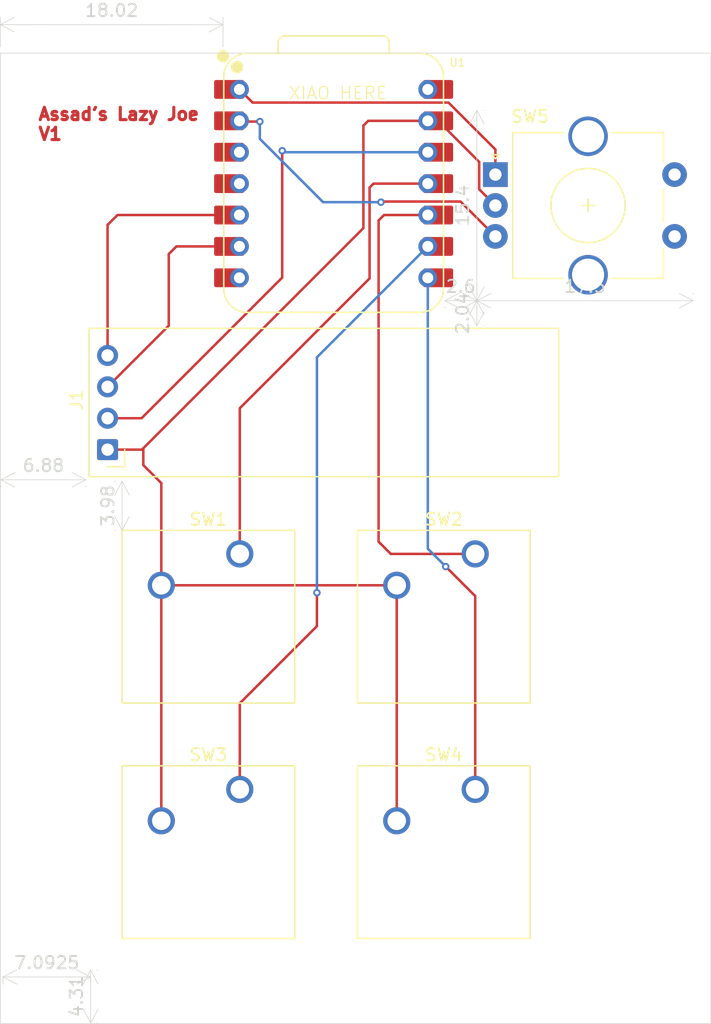
<source format=kicad_pcb>
(kicad_pcb (version 20241229) (generator "pcbnew") (generator_version "9.0")
  (layers (0 "F.Cu" signal) (2 "B.Cu" signal) (13 "F.Paste" user) (15 "B.Paste" user) (5 "F.SilkS" user "F.Silkscreen") (7 "B.SilkS" user "B.Silkscreen") (1 "F.Mask" user) (3 "B.Mask" user) (25 "Edge.Cuts" user))
  (net 0 "")
  (net 1 "/Pin_6")
  (net 2 "Net-(J1-Pin_2)")
  (net 3 "/Pin_5")
  (net 4 "GND")
  (net 5 "Net-(U1-GPIO3{slash}MOSI)")
  (net 6 "Net-(U1-GPIO4{slash}MISO)")
  (net 7 "Net-(U1-GPIO2{slash}SCK)")
  (net 8 "Net-(U1-GPIO1{slash}RX)")
  (net 11 "/Pin 2")
  (net 12 "/Pin 1")
  (net 13 "+5V")
  (footprint "Module:XIAO-RP2040-DIP" (layer "F.Cu") (at 119.67 69.74)
    (property "Reference" "U1" (at 10.01 -9.79 0) (layer "F.SilkS") (effects (font (size 0.635 0.635) (thickness 0.1016))))
    (property "Value" "XIAO-RP2040-DIP")
    (fp_line (start -8.89 8.509) (end -8.89 -8.636) (stroke (width 0.127)) (layer "F.SilkS"))
    (fp_line (start -6.985 10.414) (end 6.985 10.414) (stroke (width 0.127)) (layer "F.SilkS"))
    (fp_line (start -4.495 -10.541) (end -4.491272 -11.451272) (stroke (width 0.127)) (layer "F.SilkS"))
    (fp_line (start -3.991272 -11.951) (end 4.004 -11.951) (stroke (width 0.127)) (layer "F.SilkS"))
    (fp_line (start 4.504 -11.451) (end 4.504 -10.541) (stroke (width 0.127)) (layer "F.SilkS"))
    (fp_line (start 6.985 -10.541) (end -6.985 -10.541) (stroke (width 0.1)) (layer "F.SilkS"))
    (fp_line (start 6.985 -10.541) (end -6.985 -10.541) (stroke (width 0.127)) (layer "F.SilkS"))
    (fp_line (start 8.89 8.509) (end 8.89 -8.636) (stroke (width 0.127)) (layer "F.SilkS"))
    (fp_arc (start -8.89 -8.636) (mid -8.332038 -9.983038) (end -6.985 -10.541) (stroke (width 0.127)) (layer "F.SilkS"))
    (fp_arc (start -6.985 10.414) (mid -8.332038 9.856038) (end -8.89 8.509) (stroke (width 0.127)) (layer "F.SilkS"))
    (fp_arc (start -4.491272 -11.451272) (mid -4.344728 -11.80464) (end -3.991272 -11.951) (stroke (width 0.127)) (layer "F.SilkS"))
    (fp_arc (start 4.004 -11.951) (mid 4.357553 -11.804553) (end 4.504 -11.451) (stroke (width 0.127)) (layer "F.SilkS"))
    (fp_arc (start 6.985 -10.541) (mid 8.332038 -9.983038) (end 8.89 -8.636) (stroke (width 0.127)) (layer "F.SilkS"))
    (fp_arc (start 8.89 8.509) (mid 8.332038 9.856038) (end 6.985 10.414) (stroke (width 0.127)) (layer "F.SilkS"))
    (fp_circle (center -8.95 -10.3) (end -8.95 -10.554) (stroke (width 0.5)) (fill yes) (layer "F.SilkS"))
    (fp_circle (center -7.807 -9.42) (end -7.807 -9.674) (stroke (width 0.5)) (fill yes) (layer "F.SilkS"))
    (pad "1" smd roundrect (at -8.455 -7.62 180) (size 2.432 1.524) (layers "F.Cu" "F.Mask") (roundrect_rratio 0.1) (net 12 "/Pin 1"))
    (pad "1" thru_hole circle (at -7.62 -7.62 180) (size 1.524 1.524) (drill 0.889) (layers "*.Cu" "*.Mask") (net 12 "/Pin 1"))
    (pad "2" smd roundrect (at -8.455 -5.08 180) (size 2.432 1.524) (layers "F.Cu" "F.Mask") (roundrect_rratio 0.1) (net 11 "/Pin 2"))
    (pad "2" thru_hole circle (at -7.62 -5.08 180) (size 1.524 1.524) (drill 0.889) (layers "*.Cu" "*.Mask") (net 11 "/Pin 2"))
    (pad "3" smd roundrect (at -8.455 -2.54 180) (size 2.432 1.524) (layers "F.Cu" "F.Mask") (roundrect_rratio 0.1))
    (pad "3" thru_hole circle (at -7.62 -2.54 180) (size 1.524 1.524) (drill 0.889) (layers "*.Cu" "*.Mask"))
    (pad "4" smd roundrect (at -8.455 0 180) (size 2.432 1.524) (layers "F.Cu" "F.Mask") (roundrect_rratio 0.1))
    (pad "4" thru_hole circle (at -7.62 0 180) (size 1.524 1.524) (drill 0.889) (layers "*.Cu" "*.Mask"))
    (pad "5" smd roundrect (at -8.455 2.54 180) (size 2.432 1.524) (layers "F.Cu" "F.Mask") (roundrect_rratio 0.1) (net 3 "/Pin_5"))
    (pad "5" thru_hole circle (at -7.62 2.54 180) (size 1.524 1.524) (drill 0.889) (layers "*.Cu" "*.Mask") (net 3 "/Pin_5"))
    (pad "6" smd roundrect (at -8.455 5.08 180) (size 2.432 1.524) (layers "F.Cu" "F.Mask") (roundrect_rratio 0.1) (net 1 "/Pin_6"))
    (pad "6" thru_hole circle (at -7.62 5.08 180) (size 1.524 1.524) (drill 0.889) (layers "*.Cu" "*.Mask") (net 1 "/Pin_6"))
    (pad "7" smd roundrect (at -8.455 7.62 180) (size 2.432 1.524) (layers "F.Cu" "F.Mask") (roundrect_rratio 0.1))
    (pad "7" thru_hole circle (at -7.62 7.62 180) (size 1.524 1.524) (drill 0.889) (layers "*.Cu" "*.Mask"))
    (pad "8" thru_hole circle (at 7.62 7.62) (size 1.524 1.524) (drill 0.889) (layers "*.Cu" "*.Mask") (net 8 "Net-(U1-GPIO1{slash}RX)"))
    (pad "8" smd roundrect (at 8.455 7.62) (size 2.432 1.524) (layers "F.Cu" "F.Mask") (roundrect_rratio 0.1) (net 8 "Net-(U1-GPIO1{slash}RX)"))
    (pad "9" thru_hole circle (at 7.62 5.08) (size 1.524 1.524) (drill 0.889) (layers "*.Cu" "*.Mask") (net 7 "Net-(U1-GPIO2{slash}SCK)"))
    (pad "9" smd roundrect (at 8.455 5.08) (size 2.432 1.524) (layers "F.Cu" "F.Mask") (roundrect_rratio 0.1) (net 7 "Net-(U1-GPIO2{slash}SCK)"))
    (pad "10" thru_hole circle (at 7.62 2.54) (size 1.524 1.524) (drill 0.889) (layers "*.Cu" "*.Mask") (net 6 "Net-(U1-GPIO4{slash}MISO)"))
    (pad "10" smd roundrect (at 8.455 2.54) (size 2.432 1.524) (layers "F.Cu" "F.Mask") (roundrect_rratio 0.1) (net 6 "Net-(U1-GPIO4{slash}MISO)"))
    (pad "11" thru_hole circle (at 7.62 0) (size 1.524 1.524) (drill 0.889) (layers "*.Cu" "*.Mask") (net 5 "Net-(U1-GPIO3{slash}MOSI)"))
    (pad "11" smd roundrect (at 8.455 0) (size 2.432 1.524) (layers "F.Cu" "F.Mask") (roundrect_rratio 0.1) (net 5 "Net-(U1-GPIO3{slash}MOSI)"))
    (pad "12" thru_hole circle (at 7.62 -2.54) (size 1.524 1.524) (drill 0.889) (layers "*.Cu" "*.Mask") (net 2 "Net-(J1-Pin_2)"))
    (pad "12" smd roundrect (at 8.455 -2.54) (size 2.432 1.524) (layers "F.Cu" "F.Mask") (roundrect_rratio 0.1) (net 2 "Net-(J1-Pin_2)"))
    (pad "13" thru_hole circle (at 7.62 -5.08) (size 1.524 1.524) (drill 0.889) (layers "*.Cu" "*.Mask") (net 4 "GND"))
    (pad "13" smd roundrect (at 8.455 -5.08) (size 2.432 1.524) (layers "F.Cu" "F.Mask") (roundrect_rratio 0.1) (net 4 "GND"))
    (pad "14" thru_hole circle (at 7.62 -7.62) (size 1.524 1.524) (drill 0.889) (layers "*.Cu" "*.Mask") (net 13 "+5V"))
    (pad "14" smd roundrect (at 8.455 -7.62) (size 2.432 1.524) (layers "F.Cu" "F.Mask") (roundrect_rratio 0.1) (net 13 "+5V"))
  )
  (footprint "Button_Switch_Keyboard:SW_Cherry_MX_1.00u_PCB" (layer "F.Cu") (at 112.0775 118.745)
    (property "Reference" "SW3" (at -2.54 -2.794 0) (layer "F.SilkS"))
    (property "Value" "SW_Push")
    (fp_line (start -9.525 -1.905) (end 4.445 -1.905) (stroke (width 0.12)) (layer "F.SilkS"))
    (fp_line (start -9.525 12.065) (end -9.525 -1.905) (stroke (width 0.12)) (layer "F.SilkS"))
    (fp_line (start 4.445 -1.905) (end 4.445 12.065) (stroke (width 0.12)) (layer "F.SilkS"))
    (fp_line (start 4.445 12.065) (end -9.525 12.065) (stroke (width 0.12)) (layer "F.SilkS"))
    (pad "" np_thru_hole circle (at -7.62 5.08) (size 1.7 1.7) (drill 1.7) (layers "*.Cu" "*.Mask"))
    (pad "" np_thru_hole circle (at -2.54 5.08) (size 4 4) (drill 4) (layers "*.Cu" "*.Mask"))
    (pad "" np_thru_hole circle (at 2.54 5.08) (size 1.7 1.7) (drill 1.7) (layers "*.Cu" "*.Mask"))
    (pad "1" thru_hole circle (at 0 0) (size 2.2 2.2) (drill 1.5) (layers "*.Cu" "*.Mask") (net 7 "Net-(U1-GPIO2{slash}SCK)"))
    (pad "2" thru_hole circle (at -6.35 2.54) (size 2.2 2.2) (drill 1.5) (layers "*.Cu" "*.Mask") (net 4 "GND"))
  )
  (footprint "Button_Switch_Keyboard:SW_Cherry_MX_1.00u_PCB" (layer "F.Cu") (at 131.1275 118.745)
    (property "Reference" "SW4" (at -2.54 -2.794 0) (layer "F.SilkS"))
    (property "Value" "SW_Push")
    (fp_line (start -9.525 -1.905) (end 4.445 -1.905) (stroke (width 0.12)) (layer "F.SilkS"))
    (fp_line (start -9.525 12.065) (end -9.525 -1.905) (stroke (width 0.12)) (layer "F.SilkS"))
    (fp_line (start 4.445 -1.905) (end 4.445 12.065) (stroke (width 0.12)) (layer "F.SilkS"))
    (fp_line (start 4.445 12.065) (end -9.525 12.065) (stroke (width 0.12)) (layer "F.SilkS"))
    (pad "" np_thru_hole circle (at -7.62 5.08) (size 1.7 1.7) (drill 1.7) (layers "*.Cu" "*.Mask"))
    (pad "" np_thru_hole circle (at -2.54 5.08) (size 4 4) (drill 4) (layers "*.Cu" "*.Mask"))
    (pad "" np_thru_hole circle (at 2.54 5.08) (size 1.7 1.7) (drill 1.7) (layers "*.Cu" "*.Mask"))
    (pad "1" thru_hole circle (at 0 0) (size 2.2 2.2) (drill 1.5) (layers "*.Cu" "*.Mask") (net 8 "Net-(U1-GPIO1{slash}RX)"))
    (pad "2" thru_hole circle (at -6.35 2.54) (size 2.2 2.2) (drill 1.5) (layers "*.Cu" "*.Mask") (net 4 "GND"))
  )
  (footprint "Button_Switch_Keyboard:SW_Cherry_MX_1.00u_PCB" (layer "F.Cu") (at 131.1275 99.695)
    (property "Reference" "SW2" (at -2.54 -2.794 0) (layer "F.SilkS"))
    (property "Value" "SW_Push")
    (fp_line (start -9.525 -1.905) (end 4.445 -1.905) (stroke (width 0.12)) (layer "F.SilkS"))
    (fp_line (start -9.525 12.065) (end -9.525 -1.905) (stroke (width 0.12)) (layer "F.SilkS"))
    (fp_line (start 4.445 -1.905) (end 4.445 12.065) (stroke (width 0.12)) (layer "F.SilkS"))
    (fp_line (start 4.445 12.065) (end -9.525 12.065) (stroke (width 0.12)) (layer "F.SilkS"))
    (pad "" np_thru_hole circle (at -7.62 5.08) (size 1.7 1.7) (drill 1.7) (layers "*.Cu" "*.Mask"))
    (pad "" np_thru_hole circle (at -2.54 5.08) (size 4 4) (drill 4) (layers "*.Cu" "*.Mask"))
    (pad "" np_thru_hole circle (at 2.54 5.08) (size 1.7 1.7) (drill 1.7) (layers "*.Cu" "*.Mask"))
    (pad "1" thru_hole circle (at 0 0) (size 2.2 2.2) (drill 1.5) (layers "*.Cu" "*.Mask") (net 6 "Net-(U1-GPIO4{slash}MISO)"))
    (pad "2" thru_hole circle (at -6.35 2.54) (size 2.2 2.2) (drill 1.5) (layers "*.Cu" "*.Mask") (net 4 "GND"))
  )
  (footprint "Button_Switch_Keyboard:SW_Cherry_MX_1.00u_PCB" (layer "F.Cu") (at 112.0775 99.695)
    (property "Reference" "SW1" (at -2.54 -2.794 0) (layer "F.SilkS"))
    (property "Value" "SW_Push")
    (fp_line (start -9.525 -1.905) (end 4.445 -1.905) (stroke (width 0.12)) (layer "F.SilkS"))
    (fp_line (start -9.525 12.065) (end -9.525 -1.905) (stroke (width 0.12)) (layer "F.SilkS"))
    (fp_line (start 4.445 -1.905) (end 4.445 12.065) (stroke (width 0.12)) (layer "F.SilkS"))
    (fp_line (start 4.445 12.065) (end -9.525 12.065) (stroke (width 0.12)) (layer "F.SilkS"))
    (pad "" np_thru_hole circle (at -7.62 5.08) (size 1.7 1.7) (drill 1.7) (layers "*.Cu" "*.Mask"))
    (pad "" np_thru_hole circle (at -2.54 5.08) (size 4 4) (drill 4) (layers "*.Cu" "*.Mask"))
    (pad "" np_thru_hole circle (at 2.54 5.08) (size 1.7 1.7) (drill 1.7) (layers "*.Cu" "*.Mask"))
    (pad "1" thru_hole circle (at 0 0) (size 2.2 2.2) (drill 1.5) (layers "*.Cu" "*.Mask") (net 5 "Net-(U1-GPIO3{slash}MOSI)"))
    (pad "2" thru_hole circle (at -6.35 2.54) (size 2.2 2.2) (drill 1.5) (layers "*.Cu" "*.Mask") (net 4 "GND"))
  )
  (footprint "Rotary_Encoder:RotaryEncoder_Alps_EC11E-Switch_Vertical_H20mm_CircularMountingHoles" (layer "F.Cu") (at 132.76 69.01)
    (property "Reference" "SW5" (at 2.8 -4.7 0) (layer "F.SilkS"))
    (property "Value" "RotaryEncoder_Switch")
    (fp_line (start -0.3 -1.6) (end 0.3 -1.6) (stroke (width 0.12)) (layer "F.SilkS"))
    (fp_line (start 0 -1.3) (end -0.3 -1.6) (stroke (width 0.12)) (layer "F.SilkS"))
    (fp_line (start 0.3 -1.6) (end 0 -1.3) (stroke (width 0.12)) (layer "F.SilkS"))
    (fp_line (start 1.4 -3.4) (end 1.4 8.4) (stroke (width 0.12)) (layer "F.SilkS"))
    (fp_line (start 5.5 -3.4) (end 1.4 -3.4) (stroke (width 0.12)) (layer "F.SilkS"))
    (fp_line (start 5.5 8.4) (end 1.4 8.4) (stroke (width 0.12)) (layer "F.SilkS"))
    (fp_line (start 7 2.5) (end 8 2.5) (stroke (width 0.12)) (layer "F.SilkS"))
    (fp_line (start 7.5 2) (end 7.5 3) (stroke (width 0.12)) (layer "F.SilkS"))
    (fp_line (start 9.5 -3.4) (end 13.6 -3.4) (stroke (width 0.12)) (layer "F.SilkS"))
    (fp_line (start 13.6 -3.4) (end 13.6 -1) (stroke (width 0.12)) (layer "F.SilkS"))
    (fp_line (start 13.6 1.2) (end 13.6 3.8) (stroke (width 0.12)) (layer "F.SilkS"))
    (fp_line (start 13.6 6) (end 13.6 8.4) (stroke (width 0.12)) (layer "F.SilkS"))
    (fp_line (start 13.6 8.4) (end 9.5 8.4) (stroke (width 0.12)) (layer "F.SilkS"))
    (fp_circle (center 7.5 2.5) (end 10.5 2.5) (stroke (width 0.12)) (fill no) (layer "F.SilkS"))
    (pad "A" thru_hole rect (at 0 0) (size 2 2) (drill 1) (layers "*.Cu" "*.Mask") (net 12 "/Pin 1"))
    (pad "B" thru_hole circle (at 0 5) (size 2 2) (drill 1) (layers "*.Cu" "*.Mask") (net 11 "/Pin 2"))
    (pad "C" thru_hole circle (at 0 2.5) (size 2 2) (drill 1) (layers "*.Cu" "*.Mask") (net 4 "GND"))
    (pad "MP" thru_hole circle (at 7.5 -3.1) (size 3.2 3.2) (drill 2.6) (layers "*.Cu" "*.Mask"))
    (pad "MP" thru_hole circle (at 7.5 8.1) (size 3.2 3.2) (drill 2.6) (layers "*.Cu" "*.Mask"))
    (pad "S1" thru_hole circle (at 14.5 5) (size 2 2) (drill 1) (layers "*.Cu" "*.Mask"))
    (pad "S2" thru_hole circle (at 14.5 0) (size 2 2) (drill 1) (layers "*.Cu" "*.Mask"))
  )
  (footprint "Module:OLED_0.91_128x32" (layer "F.Cu") (at 101.38 91.26 90)
    (property "Reference" "J1" (at 4 -2.5 90) (layer "F.SilkS"))
    (property "Value" "Conn_01x04_Socket")
    (fp_line (start -1.38 0) (end -1.38 1.38) (stroke (width 0.12)) (layer "F.SilkS"))
    (fp_line (start 0 1.38) (end -1.38 1.38) (stroke (width 0.12)) (layer "F.SilkS"))
    (fp_rect (start -2.19 -1.5) (end 9.81 36.5) (stroke (width 0.12)) (fill no) (layer "F.SilkS"))
    (pad "1" thru_hole roundrect (at 0 0 90) (size 1.7 1.7) (drill 1) (layers "*.Cu" "*.Mask") (roundrect_rratio 0.1) (net 4 "GND"))
    (pad "2" thru_hole circle (at 2.54 0 90) (size 1.7 1.7) (drill 1) (layers "*.Cu" "*.Mask") (net 2 "Net-(J1-Pin_2)"))
    (pad "3" thru_hole circle (at 5.08 0 90) (size 1.7 1.7) (drill 1) (layers "*.Cu" "*.Mask") (net 1 "/Pin_6"))
    (pad "4" thru_hole circle (at 7.62 0 90) (size 1.7 1.7) (drill 1) (layers "*.Cu" "*.Mask") (net 3 "/Pin_5"))
  )
  (gr_rect (start 92.7 59.18) (end 150.2 137.69) (stroke (width 0.05)) (fill no) (layer "Edge.Cuts"))
  (gr_text "Assad's Lazy Joe \nV1" (at 95.67 66.31 0) (layer "F.Cu") (effects (font (size 1 1) (thickness 0.25) (bold yes)) (justify left bottom)))
  (gr_text "XIAO HERE" (at 115.98 63 0) (layer "F.SilkS") (effects (font (size 1 1) (thickness 0.1)) (justify left bottom)))
  (dimension (type aligned) (layer "Edge.Cuts") (pts (xy 131.26 79.21) (xy 131.26 81.25)) (height 0) (format (prefix "") (suffix "") (units 3) (units_format 0) (precision 4) (suppress_zeroes yes)) (style (thickness 0.05) (arrow_length 1.27) (text_position_mode 0) (arrow_direction outward) (extension_height 0.58642) (extension_offset 0.5) (keep_text_aligned yes)) (gr_text "2.04" (at 130.11 80.23 90) (layer "Edge.Cuts") (effects (font (size 1 1) (thickness 0.15)))))
  (dimension (type aligned) (layer "Edge.Cuts") (pts (xy 100.0125 133.35) (xy 100.0125 137.66)) (height 0) (format (prefix "") (suffix "") (units 3) (units_format 0) (precision 4) (suppress_zeroes yes)) (style (thickness 0.05) (arrow_length 1.27) (text_position_mode 0) (arrow_direction outward) (extension_height 0.58642) (extension_offset 0.5) (keep_text_aligned yes)) (gr_text "4.31" (at 98.8625 135.505 90) (layer "Edge.Cuts") (effects (font (size 1 1) (thickness 0.15)))))
  (dimension (type aligned) (layer "Edge.Cuts") (pts (xy 131.26 79.21) (xy 148.76 79.21)) (height 0) (format (prefix "") (suffix "") (units 3) (units_format 0) (precision 4) (suppress_zeroes yes)) (style (thickness 0.05) (arrow_length 1.27) (text_position_mode 0) (arrow_direction outward) (extension_height 0.58642) (extension_offset 0.5) (keep_text_aligned yes)) (gr_text "17.5" (at 140.01 78.06 0) (layer "Edge.Cuts") (effects (font (size 1 1) (thickness 0.15)))))
  (dimension (type aligned) (layer "Edge.Cuts") (pts (xy 99.63 93.7) (xy 92.75 93.7)) (height 0) (format (prefix "") (suffix "") (units 3) (units_format 0) (precision 4) (suppress_zeroes yes)) (style (thickness 0.05) (arrow_length 1.27) (text_position_mode 0) (arrow_direction outward) (extension_height 0.58642) (extension_offset 0.5) (keep_text_aligned yes)) (gr_text "6.88" (at 96.19 92.55 0) (layer "Edge.Cuts") (effects (font (size 1 1) (thickness 0.15)))))
  (dimension (type aligned) (layer "Edge.Cuts") (pts (xy 100.0125 133.35) (xy 92.92 133.35)) (height -0.57) (format (prefix "") (suffix "") (units 3) (units_format 0) (precision 4) (suppress_zeroes yes)) (style (thickness 0.05) (arrow_length 1.27) (text_position_mode 0) (arrow_direction outward) (extension_height 0.58642) (extension_offset 0.5) (keep_text_aligned yes)) (gr_text "7.0925" (at 96.46625 132.77 0) (layer "Edge.Cuts") (effects (font (size 1 1) (thickness 0.15)))))
  (dimension (type aligned) (layer "Edge.Cuts") (pts (xy 131.26 63.81) (xy 131.26 79.21)) (height 0) (format (prefix "") (suffix "") (units 3) (units_format 0) (precision 4) (suppress_zeroes yes)) (style (thickness 0.05) (arrow_length 1.27) (text_position_mode 0) (arrow_direction outward) (extension_height 0.58642) (extension_offset 0.5) (keep_text_aligned yes)) (gr_text "15.4" (at 130.11 71.51 90) (layer "Edge.Cuts") (effects (font (size 1 1) (thickness 0.15)))))
  (dimension (type aligned) (layer "Edge.Cuts") (pts (xy 110.72 59.186) (xy 92.7 59.18)) (height 2.299859) (format (prefix "") (suffix "") (units 3) (units_format 0) (precision 4) (suppress_zeroes yes)) (style (thickness 0.05) (arrow_length 1.27) (text_position_mode 0) (arrow_direction outward) (extension_height 0.58642) (extension_offset 0.5) (keep_text_aligned yes)) (gr_text "18.02" (at 101.711149 55.733141 -0.01907739536) (layer "Edge.Cuts") (effects (font (size 1 1) (thickness 0.15)))))
  (dimension (type aligned) (layer "Edge.Cuts") (pts (xy 102.5525 97.79) (xy 102.5525 93.81)) (height 0) (format (prefix "") (suffix "") (units 3) (units_format 0) (precision 4) (suppress_zeroes yes)) (style (thickness 0.05) (arrow_length 1.27) (text_position_mode 0) (arrow_direction outward) (extension_height 0.58642) (extension_offset 0.5) (keep_text_aligned yes)) (gr_text "3.98" (at 101.4025 95.8 90) (layer "Edge.Cuts") (effects (font (size 1 1) (thickness 0.15)))))
  (dimension (type aligned) (layer "Edge.Cuts") (pts (xy 131.26 79.21) (xy 128.66 79.21)) (height 0) (format (prefix "") (suffix "") (units 3) (units_format 0) (precision 4) (suppress_zeroes yes)) (style (thickness 0.05) (arrow_length 1.27) (text_position_mode 0) (arrow_direction outward) (extension_height 0.58642) (extension_offset 0.5) (keep_text_aligned yes)) (gr_text "2.6" (at 129.96 78.06 0) (layer "Edge.Cuts") (effects (font (size 1 1) (thickness 0.15)))))
  (segment (start 106.33 81.23) (end 106.33 75.44) (width 0.2) (layer "F.Cu") (net 1))
  (segment (start 106.33 75.44) (end 106.95 74.82) (width 0.2) (layer "F.Cu") (net 1))
  (segment (start 101.65 86.18) (end 101.7 86.13) (width 0.2) (layer "F.Cu") (net 1))
  (segment (start 106.95 74.82) (end 112.05 74.82) (width 0.2) (layer "F.Cu") (net 1))
  (segment (start 101.38 86.18) (end 106.33 81.23) (width 0.2) (layer "F.Cu") (net 1))
  (segment (start 101.38 86.18) (end 101.65 86.18) (width 0.2) (layer "F.Cu") (net 1))
  (segment (start 115.51 77.34) (end 115.51 67.08) (width 0.2) (layer "F.Cu") (net 2))
  (segment (start 104.97 87.88) (end 115.51 77.34) (width 0.2) (layer "F.Cu") (net 2))
  (segment (start 101.38 88.72) (end 104.13 88.72) (width 0.2) (layer "F.Cu") (net 2))
  (segment (start 104.13 88.72) (end 104.97 87.88) (width 0.2) (layer "F.Cu") (net 2))
  (via (at 115.51 67.08) (size 0.6) (drill 0.3) (layers "F.Cu" "B.Cu") (net 2))
  (segment (start 115.63 67.2) (end 127.29 67.2) (width 0.2) (layer "B.Cu") (net 2))
  (segment (start 115.51 67.08) (end 115.63 67.2) (width 0.2) (layer "B.Cu") (net 2))
  (segment (start 102.18 72.28) (end 112.05 72.28) (width 0.2) (layer "F.Cu") (net 3))
  (segment (start 101.38 83.64) (end 101.38 73.08) (width 0.2) (layer "F.Cu") (net 3))
  (segment (start 101.38 73.08) (end 102.18 72.28) (width 0.2) (layer "F.Cu") (net 3))
  (segment (start 122.08 65.05) (end 122.47 64.66) (width 0.2) (layer "F.Cu") (net 4))
  (segment (start 124.7775 121.285) (end 124.7775 102.235) (width 0.2) (layer "F.Cu") (net 4))
  (segment (start 122.08 73.34) (end 122.08 65.05) (width 0.2) (layer "F.Cu") (net 4))
  (segment (start 131.45 67.985) (end 128.125 64.66) (width 0.2) (layer "F.Cu") (net 4))
  (segment (start 131.45 70.2) (end 131.45 67.985) (width 0.2) (layer "F.Cu") (net 4))
  (segment (start 132.76 71.51) (end 131.45 70.2) (width 0.2) (layer "F.Cu") (net 4))
  (segment (start 104.27 92.51) (end 104.27 91.23) (width 0.2) (layer "F.Cu") (net 4))
  (segment (start 104.16 91.26) (end 104.23 91.19) (width 0.2) (layer "F.Cu") (net 4))
  (segment (start 122.47 64.66) (end 127.29 64.66) (width 0.2) (layer "F.Cu") (net 4))
  (segment (start 104.23 91.19) (end 122.08 73.34) (width 0.2) (layer "F.Cu") (net 4))
  (segment (start 124.7775 102.235) (end 105.7275 102.235) (width 0.2) (layer "F.Cu") (net 4))
  (segment (start 105.7275 121.285) (end 105.7275 102.235) (width 0.2) (layer "F.Cu") (net 4))
  (segment (start 105.7275 102.235) (end 105.7275 93.9675) (width 0.2) (layer "F.Cu") (net 4))
  (segment (start 104.27 91.23) (end 104.23 91.19) (width 0.2) (layer "F.Cu") (net 4))
  (segment (start 101.38 91.26) (end 104.16 91.26) (width 0.2) (layer "F.Cu") (net 4))
  (segment (start 105.7275 93.9675) (end 104.27 92.51) (width 0.2) (layer "F.Cu") (net 4))
  (segment (start 112.0775 99.695) (end 112.0775 87.9125) (width 0.2) (layer "F.Cu") (net 5))
  (segment (start 112.0775 87.9125) (end 122.58 77.41) (width 0.2) (layer "F.Cu") (net 5))
  (segment (start 122.58 70.06) (end 122.9 69.74) (width 0.2) (layer "F.Cu") (net 5))
  (segment (start 122.58 77.41) (end 122.58 70.06) (width 0.2) (layer "F.Cu") (net 5))
  (segment (start 122.9 69.74) (end 127.29 69.74) (width 0.2) (layer "F.Cu") (net 5))
  (segment (start 131.1275 99.695) (end 124.295 99.695) (width 0.2) (layer "F.Cu") (net 6))
  (segment (start 124.295 99.695) (end 123.31 98.71) (width 0.2) (layer "F.Cu") (net 6))
  (segment (start 123.31 72.72) (end 123.75 72.28) (width 0.2) (layer "F.Cu") (net 6))
  (segment (start 123.75 72.28) (end 127.29 72.28) (width 0.2) (layer "F.Cu") (net 6))
  (segment (start 123.31 98.71) (end 123.31 72.72) (width 0.2) (layer "F.Cu") (net 6))
  (segment (start 118.32 105.54) (end 118.32 102.835) (width 0.2) (layer "F.Cu") (net 7))
  (segment (start 112.0775 111.7825) (end 118.24 105.62) (width 0.2) (layer "F.Cu") (net 7))
  (segment (start 112.0775 118.745) (end 112.0775 111.7825) (width 0.2) (layer "F.Cu") (net 7))
  (segment (start 118.24 105.62) (end 118.32 105.54) (width 0.2) (layer "F.Cu") (net 7))
  (via (at 118.32 102.835) (size 0.6) (drill 0.3) (layers "F.Cu" "B.Cu") (net 7))
  (segment (start 118.32 83.79) (end 127.29 74.82) (width 0.2) (layer "B.Cu") (net 7))
  (segment (start 118.32 102.835) (end 118.32 83.79) (width 0.2) (layer "B.Cu") (net 7))
  (segment (start 131.1275 118.745) (end 131.1275 103.1075) (width 0.2) (layer "F.Cu") (net 8))
  (segment (start 131.1275 103.1075) (end 128.74 100.72) (width 0.2) (layer "F.Cu") (net 8))
  (via (at 128.74 100.72) (size 0.6) (drill 0.3) (layers "F.Cu" "B.Cu") (net 8))
  (segment (start 128.74 100.72) (end 127.29 99.27) (width 0.2) (layer "B.Cu") (net 8))
  (segment (start 127.29 99.27) (end 127.29 77.36) (width 0.2) (layer "B.Cu") (net 8))
  (segment (start 132.77 74.01) (end 132.76 74.01) (width 0.2) (layer "F.Cu") (net 11))
  (segment (start 113.7 64.72) (end 112.11 64.72) (width 0.2) (layer "F.Cu") (net 11))
  (segment (start 132.77 74.01) (end 132.85 73.93) (width 0.2) (layer "F.Cu") (net 11))
  (segment (start 132.76 74.2) (end 132.44 74.52) (width 0.2) (layer "F.Cu") (net 11))
  (segment (start 112.11 64.72) (end 112.05 64.66) (width 0.2) (layer "F.Cu") (net 11))
  (segment (start 123.55 71.19) (end 123.5 71.24) (width 0.2) (layer "F.Cu") (net 11))
  (segment (start 132.76 74.2) (end 132.76 74.01) (width 0.2) (layer "F.Cu") (net 11))
  (segment (start 129.94 71.19) (end 123.55 71.19) (width 0.2) (layer "F.Cu") (net 11))
  (segment (start 132.76 74.01) (end 129.94 71.19) (width 0.2) (layer "F.Cu") (net 11))
  (via (at 113.7 64.72) (size 0.6) (drill 0.3) (layers "F.Cu" "B.Cu") (net 11))
  (via (at 123.5 71.24) (size 0.6) (drill 0.3) (layers "F.Cu" "B.Cu") (net 11))
  (segment (start 113.7 66.119943) (end 113.7 64.72) (width 0.2) (layer "B.Cu") (net 11))
  (segment (start 118.820057 71.24) (end 113.7 66.119943) (width 0.2) (layer "B.Cu") (net 11))
  (segment (start 123.5 71.24) (end 118.820057 71.24) (width 0.2) (layer "B.Cu") (net 11))
  (segment (start 132.76 66.976374) (end 128.966626 63.183) (width 0.2) (layer "F.Cu") (net 12))
  (segment (start 128.966626 63.183) (end 113.113 63.183) (width 0.2) (layer "F.Cu") (net 12))
  (segment (start 132.76 69.01) (end 132.76 66.976374) (width 0.2) (layer "F.Cu") (net 12))
  (segment (start 113.113 63.183) (end 112.05 62.12) (width 0.2) (layer "F.Cu") (net 12))
)
</source>
